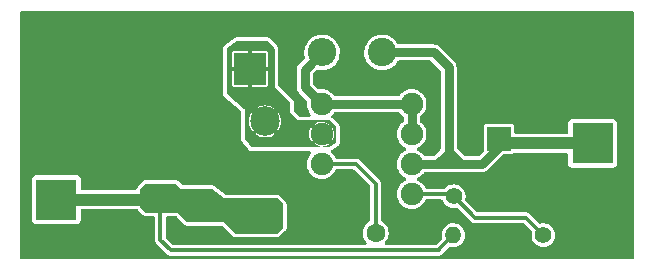
<source format=gbr>
%TF.GenerationSoftware,KiCad,Pcbnew,(6.0.8)*%
%TF.CreationDate,2022-11-19T23:44:09+04:00*%
%TF.ProjectId,MC34063_Buck_Rev2,4d433334-3036-4335-9f42-75636b5f5265,rev?*%
%TF.SameCoordinates,Original*%
%TF.FileFunction,Copper,L2,Bot*%
%TF.FilePolarity,Positive*%
%FSLAX46Y46*%
G04 Gerber Fmt 4.6, Leading zero omitted, Abs format (unit mm)*
G04 Created by KiCad (PCBNEW (6.0.8)) date 2022-11-19 23:44:09*
%MOMM*%
%LPD*%
G01*
G04 APERTURE LIST*
%TA.AperFunction,ComponentPad*%
%ADD10R,2.000000X2.000000*%
%TD*%
%TA.AperFunction,ComponentPad*%
%ADD11C,2.000000*%
%TD*%
%TA.AperFunction,ComponentPad*%
%ADD12C,1.600000*%
%TD*%
%TA.AperFunction,ComponentPad*%
%ADD13C,1.400000*%
%TD*%
%TA.AperFunction,ComponentPad*%
%ADD14O,1.400000X1.400000*%
%TD*%
%TA.AperFunction,ComponentPad*%
%ADD15C,1.905000*%
%TD*%
%TA.AperFunction,ComponentPad*%
%ADD16C,2.499360*%
%TD*%
%TA.AperFunction,ComponentPad*%
%ADD17R,2.800000X2.800000*%
%TD*%
%TA.AperFunction,ComponentPad*%
%ADD18O,2.800000X2.800000*%
%TD*%
%TA.AperFunction,ComponentPad*%
%ADD19C,2.400000*%
%TD*%
%TA.AperFunction,ComponentPad*%
%ADD20O,2.400000X2.400000*%
%TD*%
%TA.AperFunction,ComponentPad*%
%ADD21C,3.500120*%
%TD*%
%TA.AperFunction,ComponentPad*%
%ADD22R,3.500120X3.500120*%
%TD*%
%TA.AperFunction,Conductor*%
%ADD23C,0.750000*%
%TD*%
%TA.AperFunction,Conductor*%
%ADD24C,1.000000*%
%TD*%
%TA.AperFunction,Conductor*%
%ADD25C,0.300000*%
%TD*%
%TA.AperFunction,Conductor*%
%ADD26C,0.250000*%
%TD*%
G04 APERTURE END LIST*
D10*
%TO.P,C1,1*%
%TO.N,VCC*%
X165064440Y-55327300D03*
D11*
%TO.P,C1,2*%
%TO.N,GNDREF*%
X165064440Y-50327300D03*
%TD*%
D12*
%TO.P,C2,1*%
%TO.N,Net-(C2-Pad1)*%
X154609800Y-63277500D03*
%TO.P,C2,2*%
%TO.N,GNDREF*%
X157109800Y-63277500D03*
%TD*%
D10*
%TO.P,C3,1*%
%TO.N,Vout1*%
X136382760Y-60384440D03*
D11*
%TO.P,C3,2*%
%TO.N,GNDREF*%
X136382760Y-55384440D03*
%TD*%
D13*
%TO.P,R1,1*%
%TO.N,Net-(R1-Pad1)*%
X161213800Y-60178700D03*
D14*
%TO.P,R1,2*%
%TO.N,GNDREF*%
X168833800Y-60178700D03*
%TD*%
D13*
%TO.P,R3,1*%
%TO.N,Net-(R1-Pad1)*%
X168821100Y-63468000D03*
D14*
%TO.P,R3,2*%
%TO.N,Vout1*%
X161201100Y-63468000D03*
%TD*%
D15*
%TO.P,U1,1*%
%TO.N,Net-(R2-Pad2)*%
X150037800Y-52368200D03*
%TO.P,U1,2*%
%TO.N,Net-(D1-Pad1)*%
X150037800Y-54908200D03*
%TO.P,U1,3*%
%TO.N,Net-(C2-Pad1)*%
X150037800Y-57448200D03*
%TO.P,U1,4*%
%TO.N,GNDREF*%
X150037800Y-59988200D03*
%TO.P,U1,5*%
%TO.N,Net-(R1-Pad1)*%
X157657800Y-59988200D03*
%TO.P,U1,6*%
%TO.N,VCC*%
X157657800Y-57448200D03*
%TO.P,U1,7*%
%TO.N,Net-(R2-Pad2)*%
X157657800Y-54908200D03*
%TO.P,U1,8*%
X157657800Y-52368200D03*
%TD*%
D16*
%TO.P,L1,1*%
%TO.N,Net-(D1-Pad1)*%
X145262600Y-53843940D03*
%TO.P,L1,2*%
%TO.N,Vout1*%
X145262600Y-61844940D03*
%TD*%
D17*
%TO.P,D1,1*%
%TO.N,Net-(D1-Pad1)*%
X143977360Y-49396400D03*
D18*
%TO.P,D1,2*%
%TO.N,GNDREF*%
X138897360Y-49396400D03*
%TD*%
D19*
%TO.P,R2,1*%
%TO.N,VCC*%
X155155900Y-47999400D03*
D20*
%TO.P,R2,2*%
%TO.N,Net-(R2-Pad2)*%
X150075900Y-47999400D03*
%TD*%
D21*
%TO.P,GND,1*%
%TO.N,GNDREF*%
X127576580Y-54669440D03*
%TD*%
D22*
%TO.P,Vout,1*%
%TO.N,Vout1*%
X127576580Y-60453020D03*
%TD*%
%TO.P,Vin,1*%
%TO.N,VCC*%
X172971460Y-55693060D03*
%TD*%
D21*
%TO.P,GND,1*%
%TO.N,GNDREF*%
X172971460Y-48738540D03*
%TD*%
D23*
%TO.N,VCC*%
X160782000Y-56483000D02*
X160782000Y-57397400D01*
X160832800Y-57448200D02*
X159816800Y-57448200D01*
X161874200Y-57448200D02*
X160832800Y-57448200D01*
X155155900Y-47999400D02*
X159537400Y-47999400D01*
X159816800Y-57448200D02*
X160782000Y-56483000D01*
D24*
X172971460Y-55693060D02*
X165430200Y-55693060D01*
X165430200Y-55693060D02*
X165064440Y-55327300D01*
D23*
X159816800Y-57448200D02*
X157657800Y-57448200D01*
X165064440Y-56010560D02*
X163626800Y-57448200D01*
X163626800Y-57448200D02*
X161874200Y-57448200D01*
X159537400Y-47999400D02*
X160782000Y-49244000D01*
X160909000Y-56483000D02*
X161874200Y-57448200D01*
X160782000Y-56483000D02*
X160909000Y-56483000D01*
X160782000Y-57397400D02*
X160832800Y-57448200D01*
X160782000Y-49244000D02*
X160782000Y-56483000D01*
X165064440Y-55327300D02*
X165064440Y-56010560D01*
D25*
%TO.N,Net-(C2-Pad1)*%
X152948200Y-57448200D02*
X150037800Y-57448200D01*
X154609800Y-63277500D02*
X154609800Y-59109800D01*
X154609800Y-59109800D02*
X152948200Y-57448200D01*
D24*
%TO.N,Vout1*%
X127576580Y-60453020D02*
X136314180Y-60453020D01*
D25*
X136382760Y-60384440D02*
X136382760Y-63882760D01*
D26*
X160084550Y-64584550D02*
X159919100Y-64750000D01*
D25*
X159919100Y-64750000D02*
X137250000Y-64750000D01*
D26*
X136382760Y-63882760D02*
X136382760Y-63382760D01*
D25*
X136382760Y-63882760D02*
X137250000Y-64750000D01*
X136382760Y-60384440D02*
X136382760Y-63382760D01*
X161201100Y-63468000D02*
X159919100Y-64750000D01*
D24*
X136314180Y-60453020D02*
X136382760Y-60384440D01*
D25*
X161201100Y-63468000D02*
X160084550Y-64584550D01*
%TO.N,Net-(R1-Pad1)*%
X168821100Y-63468000D02*
X167353100Y-62000000D01*
X161023300Y-59988200D02*
X161213800Y-60178700D01*
X163035100Y-62000000D02*
X161213800Y-60178700D01*
X157657800Y-59988200D02*
X161023300Y-59988200D01*
X167353100Y-62000000D02*
X163035100Y-62000000D01*
D26*
X157848300Y-60178700D02*
X157657800Y-59988200D01*
D23*
%TO.N,Net-(R2-Pad2)*%
X148590000Y-50920400D02*
X150037800Y-52368200D01*
X150037800Y-52368200D02*
X157657800Y-52368200D01*
X148590000Y-49485300D02*
X148590000Y-50920400D01*
X150075900Y-47999400D02*
X148590000Y-49485300D01*
X157657800Y-54908200D02*
X157657800Y-52368200D01*
%TD*%
%TA.AperFunction,Conductor*%
%TO.N,GNDREF*%
G36*
X176425500Y-44519962D02*
G01*
X176480038Y-44574500D01*
X176500000Y-44649000D01*
X176500000Y-65351000D01*
X176480038Y-65425500D01*
X176425500Y-65480038D01*
X176351000Y-65500000D01*
X159965327Y-65500000D01*
X159935305Y-65491956D01*
X159896202Y-65500000D01*
X137300702Y-65500000D01*
X137288718Y-65496789D01*
X137275719Y-65500000D01*
X124649000Y-65500000D01*
X124574500Y-65480038D01*
X124519962Y-65425500D01*
X124500000Y-65351000D01*
X124500000Y-62247726D01*
X125526020Y-62247726D01*
X125529138Y-62273926D01*
X125574581Y-62376233D01*
X125653807Y-62455321D01*
X125666387Y-62460883D01*
X125666389Y-62460884D01*
X125745946Y-62496056D01*
X125756193Y-62500586D01*
X125770838Y-62502293D01*
X125777590Y-62503081D01*
X125777598Y-62503081D01*
X125781874Y-62503580D01*
X129371286Y-62503580D01*
X129397486Y-62500462D01*
X129499793Y-62455019D01*
X129578881Y-62375793D01*
X129598194Y-62332110D01*
X129619616Y-62283654D01*
X129619616Y-62283653D01*
X129624146Y-62273407D01*
X129625853Y-62258762D01*
X129626641Y-62252010D01*
X129626641Y-62252002D01*
X129627140Y-62247726D01*
X129627140Y-61402520D01*
X129647102Y-61328020D01*
X129701640Y-61273482D01*
X129776140Y-61253520D01*
X134375560Y-61253520D01*
X134450060Y-61273482D01*
X134480919Y-61297161D01*
X134952088Y-61768330D01*
X134958175Y-61772397D01*
X135045108Y-61830486D01*
X135045113Y-61830489D01*
X135051194Y-61834552D01*
X135057956Y-61837353D01*
X135070240Y-61842442D01*
X135070244Y-61842443D01*
X135077003Y-61845243D01*
X135084177Y-61846670D01*
X135084180Y-61846671D01*
X135135049Y-61856790D01*
X135193918Y-61868500D01*
X135783260Y-61868500D01*
X135857760Y-61888462D01*
X135912298Y-61943000D01*
X135932260Y-62017500D01*
X135932260Y-63847188D01*
X135931227Y-63864701D01*
X135927396Y-63897070D01*
X135929397Y-63908026D01*
X135929397Y-63908029D01*
X135937871Y-63954428D01*
X135938639Y-63959044D01*
X135944804Y-64000046D01*
X135947311Y-64016722D01*
X135950439Y-64023235D01*
X135951735Y-64030333D01*
X135956868Y-64040214D01*
X135978603Y-64082056D01*
X135980686Y-64086225D01*
X136005951Y-64138839D01*
X136010854Y-64144143D01*
X136014181Y-64150548D01*
X136018485Y-64155588D01*
X136055417Y-64192520D01*
X136059471Y-64196737D01*
X136097906Y-64238316D01*
X136104514Y-64242154D01*
X136109662Y-64246765D01*
X136906291Y-65043394D01*
X136917944Y-65056507D01*
X136938128Y-65082110D01*
X136947291Y-65088443D01*
X136986082Y-65115253D01*
X136989890Y-65117974D01*
X137008379Y-65131630D01*
X137036817Y-65152635D01*
X137043634Y-65155029D01*
X137049569Y-65159131D01*
X137060187Y-65162489D01*
X137060189Y-65162490D01*
X137105139Y-65176706D01*
X137109536Y-65178172D01*
X137164631Y-65197520D01*
X137171848Y-65197804D01*
X137178730Y-65199980D01*
X137185337Y-65200500D01*
X137237546Y-65200500D01*
X137243396Y-65200615D01*
X137281569Y-65202115D01*
X137284228Y-65202941D01*
X137284352Y-65202900D01*
X137288865Y-65202402D01*
X137299994Y-65202839D01*
X137307381Y-65200880D01*
X137314289Y-65200500D01*
X159883528Y-65200500D01*
X159901040Y-65201533D01*
X159913714Y-65203033D01*
X159927440Y-65208509D01*
X159938558Y-65204424D01*
X159990768Y-65194889D01*
X159995384Y-65194121D01*
X160042043Y-65187106D01*
X160042045Y-65187105D01*
X160053062Y-65185449D01*
X160059575Y-65182321D01*
X160066673Y-65181025D01*
X160118413Y-65154148D01*
X160122565Y-65152074D01*
X160175179Y-65126809D01*
X160180483Y-65121906D01*
X160186888Y-65118579D01*
X160191928Y-65114275D01*
X160228860Y-65077343D01*
X160233078Y-65073288D01*
X160266477Y-65042415D01*
X160266478Y-65042413D01*
X160274656Y-65034854D01*
X160278494Y-65028246D01*
X160283105Y-65023098D01*
X160823363Y-64482840D01*
X160890158Y-64444276D01*
X160967286Y-64444276D01*
X160974730Y-64446481D01*
X160985218Y-64449889D01*
X161111696Y-64464971D01*
X161172815Y-64472259D01*
X161172818Y-64472259D01*
X161180046Y-64473121D01*
X161291543Y-64464542D01*
X161368414Y-64458627D01*
X161368416Y-64458627D01*
X161375676Y-64458068D01*
X161564656Y-64405303D01*
X161571162Y-64402016D01*
X161571166Y-64402015D01*
X161733284Y-64320123D01*
X161733285Y-64320123D01*
X161739789Y-64316837D01*
X161894403Y-64196040D01*
X162022609Y-64047511D01*
X162104419Y-63903501D01*
X162115927Y-63883243D01*
X162115928Y-63883241D01*
X162119525Y-63876909D01*
X162181458Y-63690732D01*
X162206049Y-63496071D01*
X162206441Y-63468000D01*
X162187294Y-63272728D01*
X162182059Y-63255387D01*
X162132691Y-63091873D01*
X162130584Y-63084894D01*
X162127161Y-63078456D01*
X162041892Y-62918088D01*
X162041890Y-62918085D01*
X162038470Y-62911653D01*
X162033867Y-62906010D01*
X162033865Y-62906006D01*
X161919064Y-62765246D01*
X161914461Y-62759602D01*
X161763280Y-62634535D01*
X161590685Y-62541213D01*
X161438878Y-62494221D01*
X161410211Y-62485347D01*
X161410209Y-62485347D01*
X161403252Y-62483193D01*
X161396010Y-62482432D01*
X161396006Y-62482431D01*
X161215360Y-62463444D01*
X161215359Y-62463444D01*
X161208119Y-62462683D01*
X161012718Y-62480466D01*
X160824493Y-62535864D01*
X160650612Y-62626767D01*
X160644938Y-62631329D01*
X160557959Y-62701262D01*
X160497700Y-62749711D01*
X160371580Y-62900016D01*
X160277056Y-63071954D01*
X160217728Y-63258978D01*
X160216915Y-63266222D01*
X160216915Y-63266224D01*
X160216140Y-63273134D01*
X160195857Y-63453963D01*
X160212275Y-63649483D01*
X160214285Y-63656492D01*
X160214285Y-63656493D01*
X160226020Y-63697417D01*
X160227366Y-63774533D01*
X160188151Y-63843846D01*
X159776138Y-64255859D01*
X159709343Y-64294423D01*
X159670779Y-64299500D01*
X155509007Y-64299500D01*
X155434507Y-64279538D01*
X155379969Y-64225000D01*
X155360007Y-64150500D01*
X155379969Y-64076000D01*
X155394450Y-64055223D01*
X155396281Y-64053022D01*
X155520637Y-63903501D01*
X155524239Y-63897070D01*
X155616125Y-63732993D01*
X155619464Y-63727031D01*
X155684478Y-63535507D01*
X155713500Y-63335342D01*
X155715015Y-63277500D01*
X155712675Y-63252028D01*
X155697133Y-63082893D01*
X155696508Y-63076091D01*
X155678622Y-63012670D01*
X155643463Y-62888007D01*
X155641607Y-62881426D01*
X155631576Y-62861084D01*
X155555170Y-62706149D01*
X155552151Y-62700027D01*
X155548070Y-62694562D01*
X155548067Y-62694557D01*
X155435223Y-62543441D01*
X155435221Y-62543439D01*
X155431135Y-62537967D01*
X155282612Y-62400674D01*
X155129791Y-62304251D01*
X155077437Y-62247614D01*
X155060300Y-62178238D01*
X155060300Y-59145371D01*
X155061333Y-59127858D01*
X155063855Y-59106549D01*
X155065164Y-59095489D01*
X155054691Y-59038147D01*
X155053922Y-59033528D01*
X155052030Y-59020945D01*
X155045249Y-58975838D01*
X155042121Y-58969325D01*
X155040825Y-58962227D01*
X155013946Y-58910481D01*
X155011869Y-58906325D01*
X155008316Y-58898925D01*
X154986609Y-58853721D01*
X154981707Y-58848418D01*
X154978379Y-58842011D01*
X154974075Y-58836972D01*
X154937143Y-58800040D01*
X154933088Y-58795822D01*
X154902215Y-58762423D01*
X154902213Y-58762422D01*
X154894654Y-58754244D01*
X154888046Y-58750406D01*
X154882898Y-58745795D01*
X153291909Y-57154806D01*
X153280256Y-57141693D01*
X153266967Y-57124836D01*
X153266966Y-57124836D01*
X153260072Y-57116090D01*
X153250910Y-57109758D01*
X153250908Y-57109756D01*
X153212110Y-57082941D01*
X153208302Y-57080220D01*
X153170343Y-57052183D01*
X153170342Y-57052182D01*
X153161384Y-57045566D01*
X153154568Y-57043173D01*
X153148631Y-57039069D01*
X153093032Y-57021485D01*
X153088620Y-57020013D01*
X153033569Y-57000681D01*
X153026355Y-57000398D01*
X153019470Y-56998220D01*
X153012863Y-56997700D01*
X152960629Y-56997700D01*
X152954779Y-56997585D01*
X152909333Y-56995799D01*
X152909331Y-56995799D01*
X152898206Y-56995362D01*
X152890821Y-56997320D01*
X152883918Y-56997700D01*
X151305184Y-56997700D01*
X151230684Y-56977738D01*
X151176146Y-56923200D01*
X151170144Y-56911670D01*
X151129825Y-56825205D01*
X151129824Y-56825203D01*
X151127075Y-56819307D01*
X151001320Y-56639711D01*
X150863081Y-56501472D01*
X150824517Y-56434677D01*
X150824517Y-56357549D01*
X150863081Y-56290754D01*
X150885790Y-56272138D01*
X151408659Y-55923559D01*
X151408668Y-55923553D01*
X151410208Y-55922526D01*
X151434462Y-55904565D01*
X151435876Y-55903405D01*
X151435892Y-55903393D01*
X151438273Y-55901440D01*
X151438275Y-55901438D01*
X151440024Y-55900004D01*
X151467258Y-55874752D01*
X151528552Y-55780689D01*
X151539243Y-55754880D01*
X151545925Y-55721292D01*
X151550790Y-55696834D01*
X151562500Y-55637965D01*
X151562500Y-54275618D01*
X151539243Y-54158703D01*
X151533506Y-54144852D01*
X151531353Y-54139656D01*
X151528552Y-54132894D01*
X151524489Y-54126813D01*
X151524486Y-54126808D01*
X151466397Y-54039875D01*
X151462330Y-54033788D01*
X150975712Y-53547170D01*
X150919933Y-53509899D01*
X150869081Y-53451912D01*
X150854034Y-53376266D01*
X150878826Y-53303232D01*
X150897356Y-53280653D01*
X151001320Y-53176689D01*
X151049951Y-53107237D01*
X151109035Y-53057660D01*
X151172005Y-53043700D01*
X156523595Y-53043700D01*
X156598095Y-53063662D01*
X156645649Y-53107237D01*
X156694280Y-53176689D01*
X156849311Y-53331720D01*
X156854637Y-53335449D01*
X156918763Y-53380351D01*
X156968340Y-53439435D01*
X156982300Y-53502405D01*
X156982300Y-53773995D01*
X156962338Y-53848495D01*
X156918763Y-53896049D01*
X156849311Y-53944680D01*
X156694280Y-54099711D01*
X156647045Y-54167169D01*
X156572258Y-54273975D01*
X156572256Y-54273979D01*
X156568525Y-54279307D01*
X156475868Y-54478012D01*
X156419123Y-54689788D01*
X156400014Y-54908200D01*
X156419123Y-55126612D01*
X156420804Y-55132886D01*
X156420805Y-55132891D01*
X156474185Y-55332107D01*
X156475868Y-55338388D01*
X156568525Y-55537093D01*
X156572256Y-55542421D01*
X156572258Y-55542425D01*
X156626204Y-55619467D01*
X156694280Y-55716689D01*
X156849311Y-55871720D01*
X156946533Y-55939796D01*
X157023575Y-55993742D01*
X157023579Y-55993744D01*
X157028907Y-55997475D01*
X157065377Y-56014481D01*
X157126879Y-56043160D01*
X157185963Y-56092737D01*
X157212342Y-56165214D01*
X157198949Y-56241170D01*
X157149372Y-56300254D01*
X157126879Y-56313240D01*
X157028907Y-56358925D01*
X157023579Y-56362656D01*
X157023575Y-56362658D01*
X156971103Y-56399400D01*
X156849311Y-56484680D01*
X156694280Y-56639711D01*
X156645649Y-56709163D01*
X156572258Y-56813975D01*
X156572256Y-56813979D01*
X156568525Y-56819307D01*
X156475868Y-57018012D01*
X156474185Y-57024293D01*
X156440880Y-57148591D01*
X156419123Y-57229788D01*
X156400014Y-57448200D01*
X156400581Y-57454681D01*
X156414719Y-57616273D01*
X156419123Y-57666612D01*
X156420804Y-57672886D01*
X156420805Y-57672891D01*
X156439302Y-57741923D01*
X156475868Y-57878388D01*
X156568525Y-58077093D01*
X156572256Y-58082421D01*
X156572258Y-58082425D01*
X156626204Y-58159467D01*
X156694280Y-58256689D01*
X156849311Y-58411720D01*
X156946533Y-58479796D01*
X157023575Y-58533742D01*
X157023579Y-58533744D01*
X157028907Y-58537475D01*
X157039424Y-58542379D01*
X157126879Y-58583160D01*
X157185963Y-58632737D01*
X157212342Y-58705214D01*
X157198949Y-58781170D01*
X157149372Y-58840254D01*
X157126879Y-58853240D01*
X157112211Y-58860080D01*
X157028907Y-58898925D01*
X157023579Y-58902656D01*
X157023575Y-58902658D01*
X156952616Y-58952345D01*
X156849311Y-59024680D01*
X156694280Y-59179711D01*
X156643129Y-59252762D01*
X156572258Y-59353975D01*
X156572256Y-59353979D01*
X156568525Y-59359307D01*
X156475868Y-59558012D01*
X156474185Y-59564293D01*
X156455894Y-59632558D01*
X156419123Y-59769788D01*
X156418557Y-59776259D01*
X156418556Y-59776264D01*
X156401041Y-59976459D01*
X156400014Y-59988200D01*
X156400581Y-59994681D01*
X156416318Y-60174549D01*
X156419123Y-60206612D01*
X156475868Y-60418388D01*
X156568525Y-60617093D01*
X156572256Y-60622421D01*
X156572258Y-60622425D01*
X156612682Y-60680156D01*
X156694280Y-60796689D01*
X156849311Y-60951720D01*
X156946533Y-61019796D01*
X157023575Y-61073742D01*
X157023579Y-61073744D01*
X157028907Y-61077475D01*
X157227612Y-61170132D01*
X157233893Y-61171815D01*
X157433109Y-61225195D01*
X157433114Y-61225196D01*
X157439388Y-61226877D01*
X157445859Y-61227443D01*
X157445864Y-61227444D01*
X157651319Y-61245419D01*
X157657800Y-61245986D01*
X157664281Y-61245419D01*
X157869736Y-61227444D01*
X157869741Y-61227443D01*
X157876212Y-61226877D01*
X157882486Y-61225196D01*
X157882491Y-61225195D01*
X158081707Y-61171815D01*
X158087988Y-61170132D01*
X158286693Y-61077475D01*
X158292021Y-61073744D01*
X158292025Y-61073742D01*
X158369067Y-61019796D01*
X158466289Y-60951720D01*
X158621320Y-60796689D01*
X158747075Y-60617093D01*
X158790144Y-60524730D01*
X158839721Y-60465646D01*
X158912198Y-60439267D01*
X158925184Y-60438700D01*
X160135210Y-60438700D01*
X160209710Y-60458662D01*
X160264248Y-60513200D01*
X160273632Y-60535302D01*
X160274367Y-60535011D01*
X160277049Y-60541785D01*
X160279058Y-60548791D01*
X160368744Y-60723301D01*
X160490618Y-60877069D01*
X160640038Y-61004235D01*
X160646401Y-61007791D01*
X160804949Y-61096401D01*
X160804955Y-61096404D01*
X160811313Y-61099957D01*
X160997918Y-61160589D01*
X161106821Y-61173575D01*
X161185515Y-61182959D01*
X161185518Y-61182959D01*
X161192746Y-61183821D01*
X161388376Y-61168768D01*
X161443970Y-61153246D01*
X161521093Y-61152439D01*
X161589396Y-61191399D01*
X162691391Y-62293394D01*
X162703044Y-62306507D01*
X162723228Y-62332110D01*
X162732390Y-62338442D01*
X162732392Y-62338444D01*
X162771190Y-62365259D01*
X162774998Y-62367980D01*
X162799329Y-62385951D01*
X162821916Y-62402634D01*
X162828732Y-62405027D01*
X162834669Y-62409131D01*
X162845290Y-62412490D01*
X162890265Y-62426714D01*
X162894680Y-62428187D01*
X162949731Y-62447519D01*
X162956945Y-62447802D01*
X162963830Y-62449980D01*
X162970437Y-62450500D01*
X163022671Y-62450500D01*
X163028521Y-62450615D01*
X163073966Y-62452401D01*
X163073968Y-62452401D01*
X163085094Y-62452838D01*
X163092478Y-62450880D01*
X163099380Y-62450500D01*
X167104779Y-62450500D01*
X167179279Y-62470462D01*
X167210138Y-62494141D01*
X167806721Y-63090724D01*
X167845285Y-63157519D01*
X167843389Y-63241133D01*
X167837728Y-63258978D01*
X167836916Y-63266217D01*
X167836915Y-63266222D01*
X167817022Y-63443579D01*
X167815857Y-63453963D01*
X167832275Y-63649483D01*
X167886358Y-63838091D01*
X167976044Y-64012601D01*
X168053284Y-64110055D01*
X168085379Y-64150548D01*
X168097918Y-64166369D01*
X168247338Y-64293535D01*
X168253701Y-64297091D01*
X168412249Y-64385701D01*
X168412255Y-64385704D01*
X168418613Y-64389257D01*
X168605218Y-64449889D01*
X168678497Y-64458627D01*
X168792815Y-64472259D01*
X168792818Y-64472259D01*
X168800046Y-64473121D01*
X168911543Y-64464542D01*
X168988414Y-64458627D01*
X168988416Y-64458627D01*
X168995676Y-64458068D01*
X169184656Y-64405303D01*
X169191162Y-64402016D01*
X169191166Y-64402015D01*
X169353284Y-64320123D01*
X169353285Y-64320123D01*
X169359789Y-64316837D01*
X169514403Y-64196040D01*
X169642609Y-64047511D01*
X169724419Y-63903501D01*
X169735927Y-63883243D01*
X169735928Y-63883241D01*
X169739525Y-63876909D01*
X169801458Y-63690732D01*
X169826049Y-63496071D01*
X169826441Y-63468000D01*
X169807294Y-63272728D01*
X169802059Y-63255387D01*
X169752691Y-63091873D01*
X169750584Y-63084894D01*
X169747161Y-63078456D01*
X169661892Y-62918088D01*
X169661890Y-62918085D01*
X169658470Y-62911653D01*
X169653867Y-62906010D01*
X169653865Y-62906006D01*
X169539064Y-62765246D01*
X169534461Y-62759602D01*
X169383280Y-62634535D01*
X169210685Y-62541213D01*
X169058878Y-62494221D01*
X169030211Y-62485347D01*
X169030209Y-62485347D01*
X169023252Y-62483193D01*
X169016010Y-62482432D01*
X169016006Y-62482431D01*
X168835360Y-62463444D01*
X168835359Y-62463444D01*
X168828119Y-62462683D01*
X168632718Y-62480466D01*
X168625729Y-62482523D01*
X168625724Y-62482524D01*
X168592390Y-62492335D01*
X168515285Y-62494221D01*
X168444960Y-62454757D01*
X167696804Y-61706601D01*
X167685151Y-61693487D01*
X167671868Y-61676638D01*
X167664972Y-61667890D01*
X167655810Y-61661558D01*
X167655807Y-61661555D01*
X167617010Y-61634741D01*
X167613202Y-61632020D01*
X167575243Y-61603983D01*
X167575242Y-61603982D01*
X167566284Y-61597366D01*
X167559468Y-61594973D01*
X167553531Y-61590869D01*
X167497932Y-61573285D01*
X167493520Y-61571813D01*
X167438469Y-61552481D01*
X167431255Y-61552198D01*
X167424370Y-61550020D01*
X167417763Y-61549500D01*
X167365529Y-61549500D01*
X167359679Y-61549385D01*
X167314233Y-61547599D01*
X167314231Y-61547599D01*
X167303106Y-61547162D01*
X167295721Y-61549120D01*
X167288818Y-61549500D01*
X163283421Y-61549500D01*
X163208921Y-61529538D01*
X163178062Y-61505859D01*
X162229144Y-60556941D01*
X162190580Y-60490146D01*
X162190580Y-60415529D01*
X162190243Y-60415452D01*
X162190580Y-60413969D01*
X162190580Y-60413018D01*
X162191471Y-60410047D01*
X162191856Y-60408351D01*
X162194158Y-60401432D01*
X162218749Y-60206771D01*
X162219141Y-60178700D01*
X162199994Y-59983428D01*
X162143284Y-59795594D01*
X162126224Y-59763509D01*
X162054592Y-59628788D01*
X162054590Y-59628785D01*
X162051170Y-59622353D01*
X162046567Y-59616710D01*
X162046565Y-59616706D01*
X161931764Y-59475946D01*
X161927161Y-59470302D01*
X161775980Y-59345235D01*
X161603385Y-59251913D01*
X161453571Y-59205538D01*
X161422911Y-59196047D01*
X161422909Y-59196047D01*
X161415952Y-59193893D01*
X161408710Y-59193132D01*
X161408706Y-59193131D01*
X161228060Y-59174144D01*
X161228059Y-59174144D01*
X161220819Y-59173383D01*
X161025418Y-59191166D01*
X160837193Y-59246564D01*
X160663312Y-59337467D01*
X160657638Y-59342029D01*
X160521272Y-59451670D01*
X160510400Y-59460411D01*
X160490208Y-59484475D01*
X160427028Y-59528714D01*
X160376067Y-59537700D01*
X158925184Y-59537700D01*
X158850684Y-59517738D01*
X158796146Y-59463200D01*
X158790144Y-59451670D01*
X158749825Y-59365205D01*
X158749824Y-59365203D01*
X158747075Y-59359307D01*
X158621320Y-59179711D01*
X158466289Y-59024680D01*
X158362984Y-58952345D01*
X158292025Y-58902658D01*
X158292021Y-58902656D01*
X158286693Y-58898925D01*
X158203389Y-58860080D01*
X158188721Y-58853240D01*
X158129637Y-58803663D01*
X158103258Y-58731186D01*
X158116651Y-58655230D01*
X158166228Y-58596146D01*
X158188721Y-58583160D01*
X158276176Y-58542379D01*
X158286693Y-58537475D01*
X158292021Y-58533744D01*
X158292025Y-58533742D01*
X158369067Y-58479796D01*
X158466289Y-58411720D01*
X158621320Y-58256689D01*
X158669951Y-58187237D01*
X158729035Y-58137660D01*
X158792005Y-58123700D01*
X159788254Y-58123700D01*
X159798388Y-58124045D01*
X159843448Y-58127117D01*
X159843449Y-58127117D01*
X159852413Y-58127728D01*
X159862780Y-58125919D01*
X159888395Y-58123700D01*
X160756862Y-58123700D01*
X160772298Y-58125118D01*
X160781240Y-58125681D01*
X160790074Y-58127318D01*
X160799041Y-58126801D01*
X160799042Y-58126801D01*
X160848534Y-58123947D01*
X160857112Y-58123700D01*
X161798262Y-58123700D01*
X161813698Y-58125118D01*
X161822640Y-58125681D01*
X161831474Y-58127318D01*
X161840441Y-58126801D01*
X161840442Y-58126801D01*
X161889941Y-58123947D01*
X161898518Y-58123700D01*
X163598254Y-58123700D01*
X163608388Y-58124045D01*
X163653448Y-58127117D01*
X163653449Y-58127117D01*
X163662413Y-58127728D01*
X163721679Y-58117385D01*
X163729376Y-58116248D01*
X163789113Y-58109019D01*
X163797518Y-58105843D01*
X163806139Y-58103725D01*
X163814624Y-58101164D01*
X163823475Y-58099619D01*
X163878586Y-58075427D01*
X163885779Y-58072492D01*
X163942055Y-58051227D01*
X163949465Y-58046134D01*
X163957315Y-58042030D01*
X163964949Y-58037515D01*
X163973183Y-58033901D01*
X163980315Y-58028428D01*
X163980319Y-58028426D01*
X164020905Y-57997284D01*
X164027214Y-57992700D01*
X164069392Y-57963711D01*
X164069395Y-57963708D01*
X164076797Y-57958621D01*
X164115751Y-57914900D01*
X164121641Y-57908660D01*
X165358860Y-56671441D01*
X165425655Y-56632877D01*
X165464219Y-56627800D01*
X166109086Y-56627800D01*
X166135286Y-56624682D01*
X166237593Y-56579239D01*
X166279466Y-56537293D01*
X166346228Y-56498671D01*
X166384917Y-56493560D01*
X170771900Y-56493560D01*
X170846400Y-56513522D01*
X170900938Y-56568060D01*
X170920900Y-56642560D01*
X170920900Y-57487766D01*
X170924018Y-57513966D01*
X170969461Y-57616273D01*
X171048687Y-57695361D01*
X171061267Y-57700923D01*
X171061269Y-57700924D01*
X171140826Y-57736096D01*
X171151073Y-57740626D01*
X171165718Y-57742333D01*
X171172470Y-57743121D01*
X171172478Y-57743121D01*
X171176754Y-57743620D01*
X174766166Y-57743620D01*
X174792366Y-57740502D01*
X174894673Y-57695059D01*
X174973761Y-57615833D01*
X175019026Y-57513447D01*
X175022020Y-57487766D01*
X175022020Y-53898354D01*
X175018902Y-53872154D01*
X174973459Y-53769847D01*
X174894233Y-53690759D01*
X174881653Y-53685197D01*
X174881651Y-53685196D01*
X174802094Y-53650024D01*
X174802093Y-53650024D01*
X174791847Y-53645494D01*
X174777202Y-53643787D01*
X174770450Y-53642999D01*
X174770442Y-53642999D01*
X174766166Y-53642500D01*
X171176754Y-53642500D01*
X171150554Y-53645618D01*
X171048247Y-53691061D01*
X170969159Y-53770287D01*
X170963597Y-53782867D01*
X170963596Y-53782869D01*
X170923894Y-53872673D01*
X170920900Y-53898354D01*
X170920900Y-54743560D01*
X170900938Y-54818060D01*
X170846400Y-54872598D01*
X170771900Y-54892560D01*
X166513940Y-54892560D01*
X166439440Y-54872598D01*
X166384902Y-54818060D01*
X166364940Y-54743560D01*
X166364940Y-54282654D01*
X166361822Y-54256454D01*
X166316379Y-54154147D01*
X166237153Y-54075059D01*
X166224573Y-54069497D01*
X166224571Y-54069496D01*
X166145014Y-54034324D01*
X166145013Y-54034324D01*
X166134767Y-54029794D01*
X166120122Y-54028087D01*
X166113370Y-54027299D01*
X166113362Y-54027299D01*
X166109086Y-54026800D01*
X164019794Y-54026800D01*
X163993594Y-54029918D01*
X163891287Y-54075361D01*
X163812199Y-54154587D01*
X163766934Y-54256973D01*
X163763940Y-54282654D01*
X163763940Y-56294041D01*
X163743978Y-56368541D01*
X163720299Y-56399400D01*
X163390640Y-56729059D01*
X163323845Y-56767623D01*
X163285281Y-56772700D01*
X162215719Y-56772700D01*
X162141219Y-56752738D01*
X162110360Y-56729059D01*
X161501141Y-56119840D01*
X161462577Y-56053045D01*
X161457500Y-56014481D01*
X161457500Y-49272546D01*
X161457845Y-49262412D01*
X161460917Y-49217352D01*
X161460917Y-49217351D01*
X161461528Y-49208387D01*
X161451183Y-49149109D01*
X161450049Y-49141429D01*
X161443897Y-49090598D01*
X161442819Y-49081687D01*
X161439646Y-49073289D01*
X161437534Y-49064691D01*
X161434963Y-49056174D01*
X161433418Y-49047324D01*
X161409239Y-48992242D01*
X161406291Y-48985018D01*
X161388206Y-48937156D01*
X161388203Y-48937151D01*
X161385027Y-48928745D01*
X161379935Y-48921336D01*
X161375830Y-48913485D01*
X161371315Y-48905851D01*
X161367701Y-48897617D01*
X161362228Y-48890485D01*
X161362226Y-48890481D01*
X161331084Y-48849895D01*
X161326500Y-48843586D01*
X161297511Y-48801408D01*
X161297508Y-48801405D01*
X161292421Y-48794003D01*
X161248700Y-48755049D01*
X161242460Y-48749159D01*
X160035240Y-47541939D01*
X160028318Y-47534529D01*
X159998620Y-47500486D01*
X159992717Y-47493719D01*
X159943497Y-47459126D01*
X159937246Y-47454484D01*
X159909108Y-47432421D01*
X159896962Y-47422897D01*
X159896959Y-47422895D01*
X159889897Y-47417358D01*
X159881714Y-47413663D01*
X159874130Y-47409071D01*
X159866306Y-47404876D01*
X159858952Y-47399707D01*
X159802885Y-47377847D01*
X159795706Y-47374829D01*
X159749075Y-47353774D01*
X159749072Y-47353773D01*
X159740886Y-47350077D01*
X159732051Y-47348440D01*
X159723579Y-47345785D01*
X159714996Y-47343581D01*
X159706624Y-47340317D01*
X159658591Y-47333993D01*
X159646971Y-47332463D01*
X159639269Y-47331243D01*
X159588959Y-47321919D01*
X159580126Y-47320282D01*
X159571159Y-47320799D01*
X159571158Y-47320799D01*
X159521666Y-47323653D01*
X159513088Y-47323900D01*
X156587181Y-47323900D01*
X156512681Y-47303938D01*
X156462078Y-47255833D01*
X156458727Y-47250653D01*
X156348805Y-47080739D01*
X156182746Y-46898242D01*
X155989110Y-46745318D01*
X155983757Y-46742363D01*
X155983754Y-46742361D01*
X155881104Y-46685695D01*
X155773098Y-46626073D01*
X155540510Y-46543709D01*
X155534495Y-46542638D01*
X155534493Y-46542637D01*
X155443147Y-46526366D01*
X155297594Y-46500439D01*
X155291481Y-46500364D01*
X155291478Y-46500364D01*
X155187554Y-46499095D01*
X155050872Y-46497425D01*
X155024163Y-46501512D01*
X154813007Y-46533823D01*
X154813004Y-46533824D01*
X154806970Y-46534747D01*
X154572440Y-46611403D01*
X154353579Y-46725335D01*
X154156264Y-46873483D01*
X154152040Y-46877903D01*
X154152039Y-46877904D01*
X153990023Y-47047444D01*
X153990019Y-47047448D01*
X153985796Y-47051868D01*
X153982349Y-47056920D01*
X153982349Y-47056921D01*
X153962600Y-47085872D01*
X153846751Y-47255700D01*
X153742865Y-47479504D01*
X153676926Y-47717271D01*
X153650706Y-47962614D01*
X153664910Y-48208945D01*
X153719155Y-48449649D01*
X153811984Y-48678261D01*
X153815178Y-48683473D01*
X153915263Y-48846795D01*
X153940906Y-48888641D01*
X153944909Y-48893262D01*
X153944911Y-48893265D01*
X153975645Y-48928745D01*
X154102457Y-49075141D01*
X154107168Y-49079053D01*
X154107172Y-49079056D01*
X154209185Y-49163748D01*
X154292299Y-49232751D01*
X154505333Y-49357238D01*
X154511033Y-49359415D01*
X154511036Y-49359416D01*
X154730134Y-49443081D01*
X154730140Y-49443083D01*
X154735839Y-49445259D01*
X154741820Y-49446476D01*
X154741824Y-49446477D01*
X154830598Y-49464538D01*
X154977626Y-49494452D01*
X154983735Y-49494676D01*
X155218083Y-49503269D01*
X155218087Y-49503269D01*
X155224200Y-49503493D01*
X155468941Y-49472141D01*
X155623478Y-49425778D01*
X155699422Y-49402994D01*
X155699426Y-49402993D01*
X155705274Y-49401238D01*
X155926854Y-49292687D01*
X156127729Y-49149404D01*
X156302505Y-48975237D01*
X156364731Y-48888641D01*
X156442921Y-48779827D01*
X156446488Y-48774863D01*
X156454882Y-48757879D01*
X156505788Y-48699937D01*
X156578845Y-48675210D01*
X156588457Y-48674900D01*
X159195881Y-48674900D01*
X159270381Y-48694862D01*
X159301240Y-48718541D01*
X160062859Y-49480160D01*
X160101423Y-49546955D01*
X160106500Y-49585519D01*
X160106500Y-56141481D01*
X160086538Y-56215981D01*
X160062859Y-56246840D01*
X159580640Y-56729059D01*
X159513845Y-56767623D01*
X159475281Y-56772700D01*
X158792005Y-56772700D01*
X158717505Y-56752738D01*
X158669951Y-56709163D01*
X158656380Y-56689782D01*
X158621320Y-56639711D01*
X158466289Y-56484680D01*
X158344497Y-56399400D01*
X158292025Y-56362658D01*
X158292021Y-56362656D01*
X158286693Y-56358925D01*
X158188721Y-56313240D01*
X158129637Y-56263663D01*
X158103258Y-56191186D01*
X158116651Y-56115230D01*
X158166228Y-56056146D01*
X158188721Y-56043160D01*
X158250223Y-56014481D01*
X158286693Y-55997475D01*
X158292021Y-55993744D01*
X158292025Y-55993742D01*
X158369067Y-55939796D01*
X158466289Y-55871720D01*
X158621320Y-55716689D01*
X158689396Y-55619467D01*
X158743342Y-55542425D01*
X158743344Y-55542421D01*
X158747075Y-55537093D01*
X158839732Y-55338388D01*
X158841415Y-55332107D01*
X158894795Y-55132891D01*
X158894796Y-55132886D01*
X158896477Y-55126612D01*
X158915586Y-54908200D01*
X158896477Y-54689788D01*
X158839732Y-54478012D01*
X158747075Y-54279307D01*
X158743344Y-54273979D01*
X158743342Y-54273975D01*
X158668555Y-54167169D01*
X158621320Y-54099711D01*
X158466289Y-53944680D01*
X158396837Y-53896049D01*
X158347260Y-53836965D01*
X158333300Y-53773995D01*
X158333300Y-53502405D01*
X158353262Y-53427905D01*
X158396837Y-53380351D01*
X158460963Y-53335449D01*
X158466289Y-53331720D01*
X158621320Y-53176689D01*
X158700463Y-53063662D01*
X158743342Y-53002425D01*
X158743344Y-53002421D01*
X158747075Y-52997093D01*
X158839732Y-52798388D01*
X158896477Y-52586612D01*
X158915586Y-52368200D01*
X158904058Y-52236436D01*
X158897044Y-52156264D01*
X158897043Y-52156259D01*
X158896477Y-52149788D01*
X158892215Y-52133880D01*
X158841415Y-51944293D01*
X158839732Y-51938012D01*
X158747075Y-51739307D01*
X158743344Y-51733979D01*
X158743342Y-51733975D01*
X158669951Y-51629163D01*
X158621320Y-51559711D01*
X158466289Y-51404680D01*
X158369067Y-51336604D01*
X158292025Y-51282658D01*
X158292021Y-51282656D01*
X158286693Y-51278925D01*
X158087988Y-51186268D01*
X158035351Y-51172164D01*
X157882491Y-51131205D01*
X157882486Y-51131204D01*
X157876212Y-51129523D01*
X157869741Y-51128957D01*
X157869736Y-51128956D01*
X157664281Y-51110981D01*
X157657800Y-51110414D01*
X157651319Y-51110981D01*
X157445864Y-51128956D01*
X157445859Y-51128957D01*
X157439388Y-51129523D01*
X157433114Y-51131204D01*
X157433109Y-51131205D01*
X157280249Y-51172164D01*
X157227612Y-51186268D01*
X157028907Y-51278925D01*
X157023579Y-51282656D01*
X157023575Y-51282658D01*
X156946533Y-51336604D01*
X156849311Y-51404680D01*
X156694280Y-51559711D01*
X156659220Y-51609782D01*
X156645649Y-51629163D01*
X156586565Y-51678740D01*
X156523595Y-51692700D01*
X151172005Y-51692700D01*
X151097505Y-51672738D01*
X151049951Y-51629163D01*
X151036380Y-51609782D01*
X151001320Y-51559711D01*
X150846289Y-51404680D01*
X150749067Y-51336604D01*
X150672025Y-51282658D01*
X150672021Y-51282656D01*
X150666693Y-51278925D01*
X150467988Y-51186268D01*
X150415351Y-51172164D01*
X150262491Y-51131205D01*
X150262486Y-51131204D01*
X150256212Y-51129523D01*
X150249741Y-51128957D01*
X150249736Y-51128956D01*
X150044281Y-51110981D01*
X150037800Y-51110414D01*
X149828866Y-51128694D01*
X149752911Y-51115301D01*
X149710522Y-51085620D01*
X149309141Y-50684240D01*
X149270577Y-50617445D01*
X149265500Y-50578881D01*
X149265500Y-49826819D01*
X149285462Y-49752319D01*
X149309141Y-49721460D01*
X149540648Y-49489953D01*
X149607443Y-49451389D01*
X149675713Y-49449303D01*
X149779330Y-49470384D01*
X149897626Y-49494452D01*
X149903735Y-49494676D01*
X150138083Y-49503269D01*
X150138087Y-49503269D01*
X150144200Y-49503493D01*
X150388941Y-49472141D01*
X150543478Y-49425778D01*
X150619422Y-49402994D01*
X150619426Y-49402993D01*
X150625274Y-49401238D01*
X150846854Y-49292687D01*
X151047729Y-49149404D01*
X151222505Y-48975237D01*
X151284731Y-48888641D01*
X151362921Y-48779827D01*
X151366488Y-48774863D01*
X151475811Y-48553664D01*
X151547539Y-48317580D01*
X151579745Y-48072950D01*
X151581543Y-47999400D01*
X151561325Y-47753489D01*
X151550749Y-47711381D01*
X151502705Y-47520111D01*
X151501216Y-47514183D01*
X151495261Y-47500486D01*
X151427994Y-47345785D01*
X151402828Y-47287907D01*
X151268805Y-47080739D01*
X151102746Y-46898242D01*
X150909110Y-46745318D01*
X150903757Y-46742363D01*
X150903754Y-46742361D01*
X150801104Y-46685695D01*
X150693098Y-46626073D01*
X150460510Y-46543709D01*
X150454495Y-46542638D01*
X150454493Y-46542637D01*
X150363147Y-46526366D01*
X150217594Y-46500439D01*
X150211481Y-46500364D01*
X150211478Y-46500364D01*
X150107554Y-46499095D01*
X149970872Y-46497425D01*
X149944163Y-46501512D01*
X149733007Y-46533823D01*
X149733004Y-46533824D01*
X149726970Y-46534747D01*
X149492440Y-46611403D01*
X149273579Y-46725335D01*
X149076264Y-46873483D01*
X149072040Y-46877903D01*
X149072039Y-46877904D01*
X148910023Y-47047444D01*
X148910019Y-47047448D01*
X148905796Y-47051868D01*
X148902349Y-47056920D01*
X148902349Y-47056921D01*
X148882600Y-47085872D01*
X148766751Y-47255700D01*
X148662865Y-47479504D01*
X148596926Y-47717271D01*
X148570706Y-47962614D01*
X148584910Y-48208945D01*
X148610711Y-48323430D01*
X148626847Y-48395032D01*
X148623751Y-48472098D01*
X148586851Y-48533148D01*
X148132539Y-48987460D01*
X148125129Y-48994382D01*
X148084319Y-49029983D01*
X148072131Y-49047324D01*
X148049726Y-49079203D01*
X148045084Y-49085454D01*
X148041051Y-49090598D01*
X148013497Y-49125738D01*
X148013495Y-49125741D01*
X148007958Y-49132803D01*
X148004263Y-49140986D01*
X147999671Y-49148570D01*
X147995476Y-49156394D01*
X147990307Y-49163748D01*
X147972903Y-49208387D01*
X147968452Y-49219804D01*
X147965429Y-49226994D01*
X147944862Y-49272546D01*
X147940677Y-49281814D01*
X147939040Y-49290649D01*
X147936385Y-49299121D01*
X147934181Y-49307704D01*
X147930917Y-49316076D01*
X147929745Y-49324981D01*
X147923063Y-49375729D01*
X147921843Y-49383431D01*
X147913995Y-49425778D01*
X147910882Y-49442574D01*
X147911399Y-49451541D01*
X147911399Y-49451542D01*
X147914253Y-49501034D01*
X147914500Y-49509612D01*
X147914500Y-50891854D01*
X147914155Y-50901987D01*
X147910472Y-50956013D01*
X147912017Y-50964865D01*
X147920813Y-51015263D01*
X147921952Y-51022976D01*
X147929181Y-51082713D01*
X147932357Y-51091118D01*
X147934475Y-51099739D01*
X147937036Y-51108224D01*
X147938581Y-51117075D01*
X147962773Y-51172186D01*
X147965708Y-51179379D01*
X147986973Y-51235655D01*
X147992066Y-51243065D01*
X147996170Y-51250915D01*
X148000685Y-51258549D01*
X148004299Y-51266783D01*
X148009772Y-51273915D01*
X148009774Y-51273919D01*
X148040916Y-51314505D01*
X148045500Y-51320814D01*
X148074489Y-51362992D01*
X148074492Y-51362995D01*
X148079579Y-51370397D01*
X148086284Y-51376371D01*
X148086285Y-51376372D01*
X148123300Y-51409351D01*
X148129540Y-51415241D01*
X148755220Y-52040921D01*
X148793784Y-52107716D01*
X148798294Y-52159265D01*
X148780014Y-52368200D01*
X148799123Y-52586612D01*
X148855868Y-52798388D01*
X148948525Y-52997093D01*
X148952256Y-53002421D01*
X148952258Y-53002425D01*
X148995137Y-53063662D01*
X149074280Y-53176689D01*
X149090232Y-53192641D01*
X149128796Y-53259436D01*
X149128796Y-53336564D01*
X149090232Y-53403359D01*
X149023437Y-53441923D01*
X148984873Y-53447000D01*
X148206760Y-53447000D01*
X148132260Y-53427038D01*
X148101401Y-53403359D01*
X147732641Y-53034599D01*
X147694077Y-52967804D01*
X147689000Y-52929240D01*
X147689000Y-52243618D01*
X147672221Y-52159267D01*
X147667171Y-52133880D01*
X147667170Y-52133877D01*
X147665743Y-52126703D01*
X147655052Y-52100894D01*
X147650989Y-52094813D01*
X147650986Y-52094808D01*
X147592897Y-52007875D01*
X147588830Y-52001788D01*
X146399141Y-50812099D01*
X146360577Y-50745304D01*
X146355500Y-50706740D01*
X146355500Y-47670506D01*
X146335220Y-47561053D01*
X146325850Y-47536636D01*
X146267706Y-47441720D01*
X145716451Y-46829214D01*
X145706087Y-46818255D01*
X145613667Y-46754510D01*
X145586537Y-46742427D01*
X145572604Y-46736630D01*
X145462245Y-46716000D01*
X142886696Y-46716000D01*
X142880991Y-46716892D01*
X142880989Y-46716892D01*
X142803480Y-46729009D01*
X142793456Y-46730576D01*
X142772242Y-46737375D01*
X142767075Y-46739969D01*
X142767074Y-46739969D01*
X142748867Y-46749108D01*
X142687914Y-46779703D01*
X141823717Y-47396986D01*
X141822545Y-47397899D01*
X141822531Y-47397909D01*
X141820222Y-47399707D01*
X141803809Y-47412487D01*
X141799215Y-47416379D01*
X141775742Y-47438496D01*
X141714448Y-47532559D01*
X141703757Y-47558368D01*
X141680500Y-47675283D01*
X141680500Y-51512904D01*
X141680814Y-51526755D01*
X141680964Y-51530060D01*
X141682625Y-51550887D01*
X141685026Y-51558689D01*
X141685027Y-51558694D01*
X141713622Y-51651609D01*
X141715648Y-51658191D01*
X141728631Y-51682926D01*
X141803557Y-51775636D01*
X141809179Y-51780321D01*
X143090116Y-52847769D01*
X143150888Y-52898412D01*
X143195340Y-52961441D01*
X143204500Y-53012877D01*
X143204500Y-55264333D01*
X143220177Y-55360941D01*
X143227477Y-55382841D01*
X143272900Y-55469533D01*
X143276493Y-55474324D01*
X143276497Y-55474330D01*
X143410336Y-55652781D01*
X143634716Y-55951955D01*
X143780908Y-56146877D01*
X143826150Y-56207200D01*
X143826991Y-56208242D01*
X143838949Y-56223059D01*
X143838968Y-56223082D01*
X143839781Y-56224089D01*
X143843172Y-56227998D01*
X143862963Y-56248758D01*
X143957026Y-56310052D01*
X143970519Y-56315641D01*
X143976072Y-56317942D01*
X143976076Y-56317943D01*
X143982835Y-56320743D01*
X143990009Y-56322170D01*
X143990012Y-56322171D01*
X144033860Y-56330893D01*
X144099750Y-56344000D01*
X149010273Y-56344000D01*
X149084773Y-56363962D01*
X149139311Y-56418500D01*
X149159273Y-56493000D01*
X149139311Y-56567500D01*
X149115632Y-56598359D01*
X149074280Y-56639711D01*
X149025649Y-56709163D01*
X148952258Y-56813975D01*
X148952256Y-56813979D01*
X148948525Y-56819307D01*
X148855868Y-57018012D01*
X148854185Y-57024293D01*
X148820880Y-57148591D01*
X148799123Y-57229788D01*
X148780014Y-57448200D01*
X148780581Y-57454681D01*
X148794719Y-57616273D01*
X148799123Y-57666612D01*
X148800804Y-57672886D01*
X148800805Y-57672891D01*
X148819302Y-57741923D01*
X148855868Y-57878388D01*
X148948525Y-58077093D01*
X148952256Y-58082421D01*
X148952258Y-58082425D01*
X149006204Y-58159467D01*
X149074280Y-58256689D01*
X149229311Y-58411720D01*
X149326533Y-58479796D01*
X149403575Y-58533742D01*
X149403579Y-58533744D01*
X149408907Y-58537475D01*
X149607612Y-58630132D01*
X149613893Y-58631815D01*
X149813109Y-58685195D01*
X149813114Y-58685196D01*
X149819388Y-58686877D01*
X149825859Y-58687443D01*
X149825864Y-58687444D01*
X150031319Y-58705419D01*
X150037800Y-58705986D01*
X150044281Y-58705419D01*
X150249736Y-58687444D01*
X150249741Y-58687443D01*
X150256212Y-58686877D01*
X150262486Y-58685196D01*
X150262491Y-58685195D01*
X150461707Y-58631815D01*
X150467988Y-58630132D01*
X150666693Y-58537475D01*
X150672021Y-58533744D01*
X150672025Y-58533742D01*
X150749067Y-58479796D01*
X150846289Y-58411720D01*
X151001320Y-58256689D01*
X151127075Y-58077093D01*
X151170144Y-57984730D01*
X151219721Y-57925646D01*
X151292198Y-57899267D01*
X151305184Y-57898700D01*
X152699879Y-57898700D01*
X152774379Y-57918662D01*
X152805238Y-57942341D01*
X154115659Y-59252762D01*
X154154223Y-59319557D01*
X154159300Y-59358121D01*
X154159300Y-62180162D01*
X154139338Y-62254662D01*
X154086483Y-62308213D01*
X153966042Y-62379868D01*
X153966033Y-62379874D01*
X153960171Y-62383362D01*
X153878462Y-62455019D01*
X153823684Y-62503058D01*
X153808105Y-62516720D01*
X153803878Y-62522082D01*
X153803877Y-62522083D01*
X153696696Y-62658043D01*
X153682889Y-62675557D01*
X153588714Y-62854553D01*
X153528737Y-63047713D01*
X153527934Y-63054496D01*
X153527934Y-63054497D01*
X153515741Y-63157519D01*
X153504964Y-63248569D01*
X153508981Y-63309854D01*
X153510364Y-63330952D01*
X153518192Y-63450394D01*
X153567978Y-63646428D01*
X153570836Y-63652628D01*
X153570838Y-63652633D01*
X153630379Y-63781785D01*
X153652656Y-63830107D01*
X153769388Y-63995280D01*
X153819168Y-64043773D01*
X153858602Y-64110055D01*
X153859612Y-64187176D01*
X153821926Y-64254470D01*
X153755641Y-64293906D01*
X153715196Y-64299500D01*
X137498322Y-64299500D01*
X137423822Y-64279538D01*
X137392963Y-64255859D01*
X136876901Y-63739798D01*
X136838337Y-63673003D01*
X136833260Y-63634439D01*
X136833260Y-62017500D01*
X136853222Y-61943000D01*
X136907760Y-61888462D01*
X136982260Y-61868500D01*
X137682940Y-61868500D01*
X137757440Y-61888462D01*
X137788299Y-61912141D01*
X138457288Y-62581130D01*
X138463375Y-62585197D01*
X138550308Y-62643286D01*
X138550313Y-62643289D01*
X138556394Y-62647352D01*
X138563156Y-62650153D01*
X138575440Y-62655242D01*
X138575444Y-62655243D01*
X138582203Y-62658043D01*
X138589377Y-62659470D01*
X138589380Y-62659471D01*
X138640249Y-62669590D01*
X138699118Y-62681300D01*
X141594540Y-62681300D01*
X141669040Y-62701262D01*
X141699899Y-62724941D01*
X142521288Y-63546330D01*
X142527375Y-63550397D01*
X142614308Y-63608486D01*
X142614313Y-63608489D01*
X142620394Y-63612552D01*
X142627156Y-63615353D01*
X142639440Y-63620442D01*
X142639444Y-63620443D01*
X142646203Y-63623243D01*
X142653377Y-63624670D01*
X142653380Y-63624671D01*
X142702486Y-63634439D01*
X142763118Y-63646500D01*
X146239194Y-63646500D01*
X146348647Y-63626220D01*
X146373064Y-63616850D01*
X146467980Y-63558706D01*
X146953486Y-63121751D01*
X146964445Y-63111387D01*
X147028190Y-63018967D01*
X147040273Y-62991837D01*
X147046070Y-62977904D01*
X147066700Y-62867545D01*
X147066700Y-60816118D01*
X147054990Y-60757249D01*
X147044871Y-60706380D01*
X147044870Y-60706377D01*
X147043443Y-60699203D01*
X147032752Y-60673394D01*
X147028689Y-60667313D01*
X147028686Y-60667308D01*
X146970597Y-60580375D01*
X146966530Y-60574288D01*
X146530712Y-60138470D01*
X146496813Y-60115819D01*
X146437692Y-60076314D01*
X146437687Y-60076311D01*
X146431606Y-60072248D01*
X146423475Y-60068880D01*
X146412560Y-60064358D01*
X146412556Y-60064357D01*
X146405797Y-60061557D01*
X146398623Y-60060130D01*
X146398620Y-60060129D01*
X146347751Y-60050010D01*
X146288882Y-60038300D01*
X141936214Y-60038300D01*
X141861714Y-60018338D01*
X141845914Y-60007819D01*
X141281802Y-59578020D01*
X140910946Y-59295463D01*
X140823506Y-59249013D01*
X140817765Y-59247075D01*
X140817760Y-59247073D01*
X140807139Y-59243488D01*
X140807136Y-59243487D01*
X140801385Y-59241546D01*
X140795392Y-59240562D01*
X140795389Y-59240561D01*
X140752532Y-59233523D01*
X140703679Y-59225500D01*
X138335430Y-59225500D01*
X138260930Y-59205538D01*
X138242350Y-59192849D01*
X138225928Y-59179711D01*
X137868841Y-58894042D01*
X137779118Y-58844319D01*
X137773186Y-58842238D01*
X137773181Y-58842236D01*
X137762250Y-58838402D01*
X137762248Y-58838402D01*
X137756317Y-58836321D01*
X137750121Y-58835266D01*
X137750118Y-58835265D01*
X137661392Y-58820155D01*
X137661390Y-58820155D01*
X137655196Y-58819100D01*
X135143118Y-58819100D01*
X135084249Y-58830810D01*
X135033380Y-58840929D01*
X135033377Y-58840930D01*
X135026203Y-58842357D01*
X135019444Y-58845157D01*
X135019440Y-58845158D01*
X135014101Y-58847370D01*
X135000394Y-58853048D01*
X134994313Y-58857111D01*
X134994308Y-58857114D01*
X134935850Y-58896176D01*
X134901288Y-58919270D01*
X134465470Y-59355088D01*
X134461403Y-59361175D01*
X134403314Y-59448108D01*
X134403311Y-59448113D01*
X134399248Y-59454194D01*
X134388557Y-59480003D01*
X134387130Y-59487179D01*
X134378096Y-59532591D01*
X134343982Y-59601764D01*
X134279851Y-59644613D01*
X134231959Y-59652520D01*
X129776140Y-59652520D01*
X129701640Y-59632558D01*
X129647102Y-59578020D01*
X129627140Y-59503520D01*
X129627140Y-58658314D01*
X129624022Y-58632114D01*
X129578579Y-58529807D01*
X129499353Y-58450719D01*
X129486773Y-58445157D01*
X129486771Y-58445156D01*
X129407214Y-58409984D01*
X129407213Y-58409984D01*
X129396967Y-58405454D01*
X129382322Y-58403747D01*
X129375570Y-58402959D01*
X129375562Y-58402959D01*
X129371286Y-58402460D01*
X125781874Y-58402460D01*
X125755674Y-58405578D01*
X125653367Y-58451021D01*
X125574279Y-58530247D01*
X125529014Y-58632633D01*
X125526020Y-58658314D01*
X125526020Y-62247726D01*
X124500000Y-62247726D01*
X124500000Y-44649000D01*
X124519962Y-44574500D01*
X124574500Y-44519962D01*
X124649000Y-44500000D01*
X176351000Y-44500000D01*
X176425500Y-44519962D01*
G37*
%TD.AperFunction*%
%TD*%
%TA.AperFunction,Conductor*%
%TO.N,Vout1*%
G36*
X137677997Y-59132598D02*
G01*
X138171145Y-59527116D01*
X138176000Y-59531000D01*
X140703679Y-59531000D01*
X140725800Y-59538467D01*
X141778031Y-60340167D01*
X141778032Y-60340167D01*
X141782800Y-60343800D01*
X146288882Y-60343800D01*
X146314691Y-60354491D01*
X146750509Y-60790309D01*
X146761200Y-60816118D01*
X146761200Y-62867545D01*
X146749117Y-62894675D01*
X146263611Y-63331630D01*
X146239194Y-63341000D01*
X142763118Y-63341000D01*
X142737309Y-63330309D01*
X141782800Y-62375800D01*
X138699118Y-62375800D01*
X138673309Y-62365109D01*
X137871200Y-61563000D01*
X135193918Y-61563000D01*
X135168109Y-61552309D01*
X134681491Y-61065691D01*
X134670800Y-61039882D01*
X134670800Y-59596918D01*
X134681491Y-59571109D01*
X135117309Y-59135291D01*
X135143118Y-59124600D01*
X137655196Y-59124600D01*
X137677997Y-59132598D01*
G37*
%TD.AperFunction*%
%TD*%
%TA.AperFunction,Conductor*%
%TO.N,Net-(D1-Pad1)*%
G36*
X145489375Y-47033583D02*
G01*
X146040630Y-47646089D01*
X146050000Y-47670506D01*
X146050000Y-50895000D01*
X147372809Y-52217809D01*
X147383500Y-52243618D01*
X147383500Y-53117500D01*
X148018500Y-53752500D01*
X150733882Y-53752500D01*
X150759691Y-53763191D01*
X151246309Y-54249809D01*
X151257000Y-54275618D01*
X151257000Y-55637965D01*
X151246309Y-55663774D01*
X151240747Y-55668335D01*
X150694695Y-56032370D01*
X150674448Y-56038500D01*
X144099750Y-56038500D01*
X144073941Y-56027809D01*
X144070550Y-56023900D01*
X143879116Y-55768655D01*
X149427840Y-55768655D01*
X149429478Y-55772609D01*
X149432857Y-55775484D01*
X149435773Y-55777511D01*
X149612840Y-55876470D01*
X149616087Y-55877889D01*
X149809003Y-55940572D01*
X149812468Y-55941333D01*
X150013876Y-55965349D01*
X150017434Y-55965424D01*
X150219660Y-55949864D01*
X150223177Y-55949244D01*
X150418526Y-55894701D01*
X150421852Y-55893411D01*
X150602886Y-55801964D01*
X150605899Y-55800052D01*
X150642993Y-55771070D01*
X150645729Y-55766235D01*
X150644724Y-55762611D01*
X150042934Y-55160821D01*
X150037800Y-55158694D01*
X150032666Y-55160821D01*
X149429967Y-55763521D01*
X149427840Y-55768655D01*
X143879116Y-55768655D01*
X143517300Y-55286233D01*
X143510000Y-55264333D01*
X143510000Y-54914956D01*
X144442079Y-54914956D01*
X144443308Y-54917922D01*
X144583872Y-55016345D01*
X144586629Y-55017937D01*
X144797774Y-55116395D01*
X144800760Y-55117482D01*
X145025797Y-55177781D01*
X145028921Y-55178332D01*
X145261011Y-55198637D01*
X145264189Y-55198637D01*
X145496279Y-55178332D01*
X145499403Y-55177781D01*
X145724440Y-55117482D01*
X145727426Y-55116395D01*
X145938571Y-55017937D01*
X145941328Y-55016345D01*
X146080180Y-54919121D01*
X146083166Y-54914434D01*
X146082471Y-54911299D01*
X146066379Y-54895207D01*
X148980459Y-54895207D01*
X148997433Y-55097340D01*
X148998073Y-55100829D01*
X149053983Y-55295811D01*
X149055290Y-55299111D01*
X149148008Y-55479520D01*
X149149931Y-55482505D01*
X149174637Y-55513676D01*
X149179491Y-55516378D01*
X149183186Y-55515326D01*
X149785179Y-54913334D01*
X149787306Y-54908200D01*
X150288294Y-54908200D01*
X150290421Y-54913334D01*
X150893589Y-55516501D01*
X150897994Y-55518326D01*
X150903038Y-55516017D01*
X151003080Y-55339909D01*
X151004522Y-55336671D01*
X151068548Y-55144202D01*
X151069335Y-55140737D01*
X151094853Y-54938740D01*
X151094995Y-54936709D01*
X151095379Y-54909221D01*
X151095294Y-54907190D01*
X151075425Y-54704558D01*
X151074734Y-54701066D01*
X151016109Y-54506893D01*
X151014756Y-54503608D01*
X150919529Y-54324511D01*
X150917564Y-54321554D01*
X150901654Y-54302048D01*
X150896762Y-54299414D01*
X150892922Y-54300566D01*
X150290421Y-54903066D01*
X150288294Y-54908200D01*
X149787306Y-54908200D01*
X149785179Y-54903066D01*
X149182911Y-54300799D01*
X149177777Y-54298672D01*
X149173909Y-54300275D01*
X149166315Y-54309325D01*
X149164305Y-54312262D01*
X149066593Y-54489999D01*
X149065187Y-54493279D01*
X149003857Y-54686616D01*
X149003120Y-54690080D01*
X148980508Y-54891669D01*
X148980459Y-54895207D01*
X146066379Y-54895207D01*
X145267734Y-54096561D01*
X145262600Y-54094434D01*
X145257466Y-54096561D01*
X144444206Y-54909822D01*
X144442079Y-54914956D01*
X143510000Y-54914956D01*
X143510000Y-53845529D01*
X143907903Y-53845529D01*
X143928208Y-54077619D01*
X143928759Y-54080743D01*
X143989058Y-54305780D01*
X143990145Y-54308766D01*
X144088603Y-54519911D01*
X144090195Y-54522668D01*
X144187419Y-54661520D01*
X144192106Y-54664506D01*
X144195241Y-54663811D01*
X145009979Y-53849074D01*
X145012106Y-53843940D01*
X145513094Y-53843940D01*
X145515221Y-53849074D01*
X146328482Y-54662334D01*
X146333616Y-54664461D01*
X146336582Y-54663232D01*
X146435005Y-54522668D01*
X146436597Y-54519911D01*
X146535055Y-54308766D01*
X146536142Y-54305780D01*
X146596441Y-54080743D01*
X146596992Y-54077619D01*
X146599445Y-54049583D01*
X149429336Y-54049583D01*
X149430437Y-54053349D01*
X150032666Y-54655579D01*
X150037800Y-54657706D01*
X150042934Y-54655579D01*
X150644805Y-54053707D01*
X150646932Y-54048573D01*
X150645364Y-54044788D01*
X150630580Y-54032559D01*
X150627623Y-54030564D01*
X150449203Y-53934092D01*
X150445932Y-53932717D01*
X150252163Y-53872735D01*
X150248683Y-53872021D01*
X150046957Y-53850819D01*
X150043408Y-53850795D01*
X149841402Y-53869179D01*
X149837916Y-53869843D01*
X149643330Y-53927114D01*
X149640037Y-53928444D01*
X149460287Y-54022415D01*
X149457309Y-54024363D01*
X149432005Y-54044708D01*
X149429336Y-54049583D01*
X146599445Y-54049583D01*
X146617297Y-53845529D01*
X146617297Y-53842351D01*
X146596992Y-53610261D01*
X146596441Y-53607137D01*
X146536142Y-53382100D01*
X146535055Y-53379114D01*
X146436597Y-53167969D01*
X146435005Y-53165212D01*
X146337781Y-53026360D01*
X146333094Y-53023374D01*
X146329959Y-53024069D01*
X145515221Y-53838806D01*
X145513094Y-53843940D01*
X145012106Y-53843940D01*
X145009979Y-53838806D01*
X144196718Y-53025546D01*
X144191584Y-53023419D01*
X144188618Y-53024648D01*
X144090195Y-53165212D01*
X144088603Y-53167969D01*
X143990145Y-53379114D01*
X143989058Y-53382100D01*
X143928759Y-53607137D01*
X143928208Y-53610261D01*
X143907903Y-53842351D01*
X143907903Y-53845529D01*
X143510000Y-53845529D01*
X143510000Y-52800000D01*
X143478135Y-52773446D01*
X144442034Y-52773446D01*
X144442729Y-52776581D01*
X145257466Y-53591319D01*
X145262600Y-53593446D01*
X145267734Y-53591319D01*
X146080994Y-52778058D01*
X146083121Y-52772924D01*
X146081892Y-52769958D01*
X145941328Y-52671535D01*
X145938571Y-52669943D01*
X145727426Y-52571485D01*
X145724440Y-52570398D01*
X145499403Y-52510099D01*
X145496279Y-52509548D01*
X145264189Y-52489243D01*
X145261011Y-52489243D01*
X145028921Y-52509548D01*
X145025797Y-52510099D01*
X144800760Y-52570398D01*
X144797774Y-52571485D01*
X144586629Y-52669943D01*
X144583872Y-52671535D01*
X144445020Y-52768759D01*
X144442034Y-52773446D01*
X143478135Y-52773446D01*
X141999133Y-51540944D01*
X141986150Y-51516209D01*
X141986000Y-51512904D01*
X141986000Y-50804458D01*
X142477361Y-50804458D01*
X142477710Y-50808003D01*
X142482461Y-50831892D01*
X142485159Y-50838407D01*
X142503268Y-50865509D01*
X142508251Y-50870492D01*
X142535356Y-50888603D01*
X142541863Y-50891298D01*
X142565759Y-50896052D01*
X142569299Y-50896400D01*
X143795100Y-50896400D01*
X143800233Y-50894273D01*
X143802360Y-50889140D01*
X143802360Y-50889139D01*
X144152360Y-50889139D01*
X144154487Y-50894272D01*
X144159620Y-50896399D01*
X145385418Y-50896399D01*
X145388963Y-50896050D01*
X145412852Y-50891299D01*
X145419367Y-50888601D01*
X145446469Y-50870492D01*
X145451452Y-50865509D01*
X145469563Y-50838404D01*
X145472258Y-50831897D01*
X145477012Y-50808001D01*
X145477360Y-50804461D01*
X145477360Y-49578660D01*
X145475233Y-49573527D01*
X145470100Y-49571400D01*
X144159620Y-49571400D01*
X144154487Y-49573527D01*
X144152360Y-49578660D01*
X144152360Y-50889139D01*
X143802360Y-50889139D01*
X143802360Y-49578660D01*
X143800233Y-49573527D01*
X143795100Y-49571400D01*
X142484621Y-49571400D01*
X142479488Y-49573527D01*
X142477361Y-49578660D01*
X142477361Y-50804458D01*
X141986000Y-50804458D01*
X141986000Y-49214140D01*
X142477360Y-49214140D01*
X142479487Y-49219273D01*
X142484620Y-49221400D01*
X143795100Y-49221400D01*
X143800233Y-49219273D01*
X143802360Y-49214140D01*
X144152360Y-49214140D01*
X144154487Y-49219273D01*
X144159620Y-49221400D01*
X145470099Y-49221400D01*
X145475232Y-49219273D01*
X145477359Y-49214140D01*
X145477359Y-47988342D01*
X145477010Y-47984797D01*
X145472259Y-47960908D01*
X145469561Y-47954393D01*
X145451452Y-47927291D01*
X145446469Y-47922308D01*
X145419364Y-47904197D01*
X145412857Y-47901502D01*
X145388961Y-47896748D01*
X145385421Y-47896400D01*
X144159620Y-47896400D01*
X144154487Y-47898527D01*
X144152360Y-47903660D01*
X144152360Y-49214140D01*
X143802360Y-49214140D01*
X143802360Y-47903661D01*
X143800233Y-47898528D01*
X143795100Y-47896401D01*
X142569302Y-47896401D01*
X142565757Y-47896750D01*
X142541868Y-47901501D01*
X142535353Y-47904199D01*
X142508251Y-47922308D01*
X142503268Y-47927291D01*
X142485157Y-47954396D01*
X142482462Y-47960903D01*
X142477708Y-47984799D01*
X142477360Y-47988339D01*
X142477360Y-49214140D01*
X141986000Y-49214140D01*
X141986000Y-47675283D01*
X141996691Y-47649474D01*
X142001285Y-47645582D01*
X142865482Y-47028299D01*
X142886696Y-47021500D01*
X145462245Y-47021500D01*
X145489375Y-47033583D01*
G37*
%TD.AperFunction*%
%TD*%
M02*

</source>
